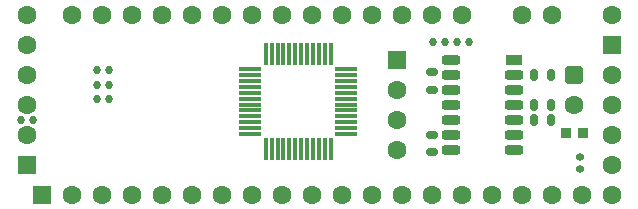
<source format=gbr>
%FSLAX25Y25*%
%MOIN*%
G70*
G01*
G75*
G04 Layer_Color=16711935*
G04:AMPARAMS|DCode=10|XSize=110.24mil|YSize=43.31mil|CornerRadius=2.17mil|HoleSize=0mil|Usage=FLASHONLY|Rotation=0.000|XOffset=0mil|YOffset=0mil|HoleType=Round|Shape=RoundedRectangle|*
%AMROUNDEDRECTD10*
21,1,0.11024,0.03898,0,0,0.0*
21,1,0.10591,0.04331,0,0,0.0*
1,1,0.00433,0.05295,-0.01949*
1,1,0.00433,-0.05295,-0.01949*
1,1,0.00433,-0.05295,0.01949*
1,1,0.00433,0.05295,0.01949*
%
%ADD10ROUNDEDRECTD10*%
G04:AMPARAMS|DCode=11|XSize=19.69mil|YSize=23.62mil|CornerRadius=8.86mil|HoleSize=0mil|Usage=FLASHONLY|Rotation=270.000|XOffset=0mil|YOffset=0mil|HoleType=Round|Shape=RoundedRectangle|*
%AMROUNDEDRECTD11*
21,1,0.01969,0.00591,0,0,270.0*
21,1,0.00197,0.02362,0,0,270.0*
1,1,0.01772,-0.00295,-0.00098*
1,1,0.01772,-0.00295,0.00098*
1,1,0.01772,0.00295,0.00098*
1,1,0.01772,0.00295,-0.00098*
%
%ADD11ROUNDEDRECTD11*%
G04:AMPARAMS|DCode=12|XSize=110.24mil|YSize=43.31mil|CornerRadius=2.17mil|HoleSize=0mil|Usage=FLASHONLY|Rotation=270.000|XOffset=0mil|YOffset=0mil|HoleType=Round|Shape=RoundedRectangle|*
%AMROUNDEDRECTD12*
21,1,0.11024,0.03898,0,0,270.0*
21,1,0.10591,0.04331,0,0,270.0*
1,1,0.00433,-0.01949,-0.05295*
1,1,0.00433,-0.01949,0.05295*
1,1,0.00433,0.01949,0.05295*
1,1,0.00433,0.01949,-0.05295*
%
%ADD12ROUNDEDRECTD12*%
G04:AMPARAMS|DCode=13|XSize=19.69mil|YSize=23.62mil|CornerRadius=8.86mil|HoleSize=0mil|Usage=FLASHONLY|Rotation=180.000|XOffset=0mil|YOffset=0mil|HoleType=Round|Shape=RoundedRectangle|*
%AMROUNDEDRECTD13*
21,1,0.01969,0.00591,0,0,180.0*
21,1,0.00197,0.02362,0,0,180.0*
1,1,0.01772,-0.00098,0.00295*
1,1,0.01772,0.00098,0.00295*
1,1,0.01772,0.00098,-0.00295*
1,1,0.01772,-0.00098,-0.00295*
%
%ADD13ROUNDEDRECTD13*%
G04:AMPARAMS|DCode=14|XSize=23.62mil|YSize=35.43mil|CornerRadius=5.91mil|HoleSize=0mil|Usage=FLASHONLY|Rotation=90.000|XOffset=0mil|YOffset=0mil|HoleType=Round|Shape=RoundedRectangle|*
%AMROUNDEDRECTD14*
21,1,0.02362,0.02362,0,0,90.0*
21,1,0.01181,0.03543,0,0,90.0*
1,1,0.01181,0.01181,0.00591*
1,1,0.01181,0.01181,-0.00591*
1,1,0.01181,-0.01181,-0.00591*
1,1,0.01181,-0.01181,0.00591*
%
%ADD14ROUNDEDRECTD14*%
%ADD15O,0.02165X0.06890*%
%ADD16O,0.06890X0.02165*%
G04:AMPARAMS|DCode=17|XSize=41.73mil|YSize=25.59mil|CornerRadius=6.4mil|HoleSize=0mil|Usage=FLASHONLY|Rotation=0.000|XOffset=0mil|YOffset=0mil|HoleType=Round|Shape=RoundedRectangle|*
%AMROUNDEDRECTD17*
21,1,0.04173,0.01280,0,0,0.0*
21,1,0.02894,0.02559,0,0,0.0*
1,1,0.01280,0.01447,-0.00640*
1,1,0.01280,-0.01447,-0.00640*
1,1,0.01280,-0.01447,0.00640*
1,1,0.01280,0.01447,0.00640*
%
%ADD17ROUNDEDRECTD17*%
G04:AMPARAMS|DCode=18|XSize=52mil|YSize=24mil|CornerRadius=6mil|HoleSize=0mil|Usage=FLASHONLY|Rotation=0.000|XOffset=0mil|YOffset=0mil|HoleType=Round|Shape=RoundedRectangle|*
%AMROUNDEDRECTD18*
21,1,0.05200,0.01200,0,0,0.0*
21,1,0.04000,0.02400,0,0,0.0*
1,1,0.01200,0.02000,-0.00600*
1,1,0.01200,-0.02000,-0.00600*
1,1,0.01200,-0.02000,0.00600*
1,1,0.01200,0.02000,0.00600*
%
%ADD18ROUNDEDRECTD18*%
%ADD19R,0.05000X0.02400*%
G04:AMPARAMS|DCode=20|XSize=25.59mil|YSize=39.37mil|CornerRadius=6.4mil|HoleSize=0mil|Usage=FLASHONLY|Rotation=180.000|XOffset=0mil|YOffset=0mil|HoleType=Round|Shape=RoundedRectangle|*
%AMROUNDEDRECTD20*
21,1,0.02559,0.02658,0,0,180.0*
21,1,0.01280,0.03937,0,0,180.0*
1,1,0.01280,-0.00640,0.01329*
1,1,0.01280,0.00640,0.01329*
1,1,0.01280,0.00640,-0.01329*
1,1,0.01280,-0.00640,-0.01329*
%
%ADD20ROUNDEDRECTD20*%
G04:AMPARAMS|DCode=21|XSize=21.65mil|YSize=39.37mil|CornerRadius=5.41mil|HoleSize=0mil|Usage=FLASHONLY|Rotation=180.000|XOffset=0mil|YOffset=0mil|HoleType=Round|Shape=RoundedRectangle|*
%AMROUNDEDRECTD21*
21,1,0.02165,0.02854,0,0,180.0*
21,1,0.01083,0.03937,0,0,180.0*
1,1,0.01083,-0.00541,0.01427*
1,1,0.01083,0.00541,0.01427*
1,1,0.01083,0.00541,-0.01427*
1,1,0.01083,-0.00541,-0.01427*
%
%ADD21ROUNDEDRECTD21*%
%ADD22C,0.00591*%
%ADD23C,0.01181*%
%ADD24C,0.03937*%
G04:AMPARAMS|DCode=25|XSize=59.06mil|YSize=59.06mil|CornerRadius=8.86mil|HoleSize=0mil|Usage=FLASHONLY|Rotation=270.000|XOffset=0mil|YOffset=0mil|HoleType=Round|Shape=RoundedRectangle|*
%AMROUNDEDRECTD25*
21,1,0.05906,0.04134,0,0,270.0*
21,1,0.04134,0.05906,0,0,270.0*
1,1,0.01772,-0.02067,-0.02067*
1,1,0.01772,-0.02067,0.02067*
1,1,0.01772,0.02067,0.02067*
1,1,0.01772,0.02067,-0.02067*
%
%ADD25ROUNDEDRECTD25*%
%ADD26C,0.05906*%
%ADD27C,0.05906*%
%ADD28R,0.05906X0.05906*%
G04:AMPARAMS|DCode=29|XSize=59.06mil|YSize=59.06mil|CornerRadius=14.76mil|HoleSize=0mil|Usage=FLASHONLY|Rotation=270.000|XOffset=0mil|YOffset=0mil|HoleType=Round|Shape=RoundedRectangle|*
%AMROUNDEDRECTD29*
21,1,0.05906,0.02953,0,0,270.0*
21,1,0.02953,0.05906,0,0,270.0*
1,1,0.02953,-0.01476,-0.01476*
1,1,0.02953,-0.01476,0.01476*
1,1,0.02953,0.01476,0.01476*
1,1,0.02953,0.01476,-0.01476*
%
%ADD29ROUNDEDRECTD29*%
%ADD30C,0.01575*%
G04:AMPARAMS|DCode=31|XSize=31.5mil|YSize=31.5mil|CornerRadius=3.15mil|HoleSize=0mil|Usage=FLASHONLY|Rotation=0.000|XOffset=0mil|YOffset=0mil|HoleType=Round|Shape=RoundedRectangle|*
%AMROUNDEDRECTD31*
21,1,0.03150,0.02520,0,0,0.0*
21,1,0.02520,0.03150,0,0,0.0*
1,1,0.00630,0.01260,-0.01260*
1,1,0.00630,-0.01260,-0.01260*
1,1,0.00630,-0.01260,0.01260*
1,1,0.00630,0.01260,0.01260*
%
%ADD31ROUNDEDRECTD31*%
G04:AMPARAMS|DCode=32|XSize=23.62mil|YSize=35.43mil|CornerRadius=5.91mil|HoleSize=0mil|Usage=FLASHONLY|Rotation=180.000|XOffset=0mil|YOffset=0mil|HoleType=Round|Shape=RoundedRectangle|*
%AMROUNDEDRECTD32*
21,1,0.02362,0.02362,0,0,180.0*
21,1,0.01181,0.03543,0,0,180.0*
1,1,0.01181,-0.00591,0.01181*
1,1,0.01181,0.00591,0.01181*
1,1,0.01181,0.00591,-0.01181*
1,1,0.01181,-0.00591,-0.01181*
%
%ADD32ROUNDEDRECTD32*%
%ADD33O,0.01181X0.07087*%
%ADD34O,0.07087X0.01181*%
%ADD35C,0.00984*%
%ADD36C,0.02362*%
%ADD37C,0.00400*%
%ADD38C,0.00394*%
%ADD39C,0.00787*%
%ADD40C,0.00800*%
%ADD41C,0.00500*%
G04:AMPARAMS|DCode=42|XSize=114.17mil|YSize=47.24mil|CornerRadius=2.36mil|HoleSize=0mil|Usage=FLASHONLY|Rotation=0.000|XOffset=0mil|YOffset=0mil|HoleType=Round|Shape=RoundedRectangle|*
%AMROUNDEDRECTD42*
21,1,0.11417,0.04252,0,0,0.0*
21,1,0.10945,0.04724,0,0,0.0*
1,1,0.00472,0.05472,-0.02126*
1,1,0.00472,-0.05472,-0.02126*
1,1,0.00472,-0.05472,0.02126*
1,1,0.00472,0.05472,0.02126*
%
%ADD42ROUNDEDRECTD42*%
G04:AMPARAMS|DCode=43|XSize=23.62mil|YSize=27.56mil|CornerRadius=10.63mil|HoleSize=0mil|Usage=FLASHONLY|Rotation=270.000|XOffset=0mil|YOffset=0mil|HoleType=Round|Shape=RoundedRectangle|*
%AMROUNDEDRECTD43*
21,1,0.02362,0.00630,0,0,270.0*
21,1,0.00236,0.02756,0,0,270.0*
1,1,0.02126,-0.00315,-0.00118*
1,1,0.02126,-0.00315,0.00118*
1,1,0.02126,0.00315,0.00118*
1,1,0.02126,0.00315,-0.00118*
%
%ADD43ROUNDEDRECTD43*%
G04:AMPARAMS|DCode=44|XSize=114.17mil|YSize=47.24mil|CornerRadius=2.36mil|HoleSize=0mil|Usage=FLASHONLY|Rotation=270.000|XOffset=0mil|YOffset=0mil|HoleType=Round|Shape=RoundedRectangle|*
%AMROUNDEDRECTD44*
21,1,0.11417,0.04252,0,0,270.0*
21,1,0.10945,0.04724,0,0,270.0*
1,1,0.00472,-0.02126,-0.05472*
1,1,0.00472,-0.02126,0.05472*
1,1,0.00472,0.02126,0.05472*
1,1,0.00472,0.02126,-0.05472*
%
%ADD44ROUNDEDRECTD44*%
G04:AMPARAMS|DCode=45|XSize=23.62mil|YSize=27.56mil|CornerRadius=10.63mil|HoleSize=0mil|Usage=FLASHONLY|Rotation=180.000|XOffset=0mil|YOffset=0mil|HoleType=Round|Shape=RoundedRectangle|*
%AMROUNDEDRECTD45*
21,1,0.02362,0.00630,0,0,180.0*
21,1,0.00236,0.02756,0,0,180.0*
1,1,0.02126,-0.00118,0.00315*
1,1,0.02126,0.00118,0.00315*
1,1,0.02126,0.00118,-0.00315*
1,1,0.02126,-0.00118,-0.00315*
%
%ADD45ROUNDEDRECTD45*%
G04:AMPARAMS|DCode=46|XSize=27.56mil|YSize=39.37mil|CornerRadius=6.89mil|HoleSize=0mil|Usage=FLASHONLY|Rotation=90.000|XOffset=0mil|YOffset=0mil|HoleType=Round|Shape=RoundedRectangle|*
%AMROUNDEDRECTD46*
21,1,0.02756,0.02559,0,0,90.0*
21,1,0.01378,0.03937,0,0,90.0*
1,1,0.01378,0.01280,0.00689*
1,1,0.01378,0.01280,-0.00689*
1,1,0.01378,-0.01280,-0.00689*
1,1,0.01378,-0.01280,0.00689*
%
%ADD46ROUNDEDRECTD46*%
%ADD47O,0.02559X0.07284*%
%ADD48O,0.07284X0.02559*%
G04:AMPARAMS|DCode=49|XSize=45.67mil|YSize=29.53mil|CornerRadius=7.38mil|HoleSize=0mil|Usage=FLASHONLY|Rotation=0.000|XOffset=0mil|YOffset=0mil|HoleType=Round|Shape=RoundedRectangle|*
%AMROUNDEDRECTD49*
21,1,0.04567,0.01476,0,0,0.0*
21,1,0.03091,0.02953,0,0,0.0*
1,1,0.01476,0.01545,-0.00738*
1,1,0.01476,-0.01545,-0.00738*
1,1,0.01476,-0.01545,0.00738*
1,1,0.01476,0.01545,0.00738*
%
%ADD49ROUNDEDRECTD49*%
G04:AMPARAMS|DCode=50|XSize=60mil|YSize=32mil|CornerRadius=8mil|HoleSize=0mil|Usage=FLASHONLY|Rotation=0.000|XOffset=0mil|YOffset=0mil|HoleType=Round|Shape=RoundedRectangle|*
%AMROUNDEDRECTD50*
21,1,0.06000,0.01600,0,0,0.0*
21,1,0.04400,0.03200,0,0,0.0*
1,1,0.01600,0.02200,-0.00800*
1,1,0.01600,-0.02200,-0.00800*
1,1,0.01600,-0.02200,0.00800*
1,1,0.01600,0.02200,0.00800*
%
%ADD50ROUNDEDRECTD50*%
%ADD51R,0.05800X0.03200*%
G04:AMPARAMS|DCode=52|XSize=29.53mil|YSize=43.31mil|CornerRadius=7.38mil|HoleSize=0mil|Usage=FLASHONLY|Rotation=180.000|XOffset=0mil|YOffset=0mil|HoleType=Round|Shape=RoundedRectangle|*
%AMROUNDEDRECTD52*
21,1,0.02953,0.02854,0,0,180.0*
21,1,0.01476,0.04331,0,0,180.0*
1,1,0.01476,-0.00738,0.01427*
1,1,0.01476,0.00738,0.01427*
1,1,0.01476,0.00738,-0.01427*
1,1,0.01476,-0.00738,-0.01427*
%
%ADD52ROUNDEDRECTD52*%
G04:AMPARAMS|DCode=53|XSize=25.59mil|YSize=43.31mil|CornerRadius=6.4mil|HoleSize=0mil|Usage=FLASHONLY|Rotation=180.000|XOffset=0mil|YOffset=0mil|HoleType=Round|Shape=RoundedRectangle|*
%AMROUNDEDRECTD53*
21,1,0.02559,0.03051,0,0,180.0*
21,1,0.01280,0.04331,0,0,180.0*
1,1,0.01280,-0.00640,0.01526*
1,1,0.01280,0.00640,0.01526*
1,1,0.01280,0.00640,-0.01526*
1,1,0.01280,-0.00640,-0.01526*
%
%ADD53ROUNDEDRECTD53*%
G04:AMPARAMS|DCode=54|XSize=62.99mil|YSize=62.99mil|CornerRadius=9.45mil|HoleSize=0mil|Usage=FLASHONLY|Rotation=270.000|XOffset=0mil|YOffset=0mil|HoleType=Round|Shape=RoundedRectangle|*
%AMROUNDEDRECTD54*
21,1,0.06299,0.04409,0,0,270.0*
21,1,0.04409,0.06299,0,0,270.0*
1,1,0.01890,-0.02205,-0.02205*
1,1,0.01890,-0.02205,0.02205*
1,1,0.01890,0.02205,0.02205*
1,1,0.01890,0.02205,-0.02205*
%
%ADD54ROUNDEDRECTD54*%
%ADD55C,0.06299*%
%ADD56C,0.06299*%
%ADD57R,0.06299X0.06299*%
G04:AMPARAMS|DCode=58|XSize=62.99mil|YSize=62.99mil|CornerRadius=15.75mil|HoleSize=0mil|Usage=FLASHONLY|Rotation=270.000|XOffset=0mil|YOffset=0mil|HoleType=Round|Shape=RoundedRectangle|*
%AMROUNDEDRECTD58*
21,1,0.06299,0.03150,0,0,270.0*
21,1,0.03150,0.06299,0,0,270.0*
1,1,0.03150,-0.01575,-0.01575*
1,1,0.03150,-0.01575,0.01575*
1,1,0.03150,0.01575,0.01575*
1,1,0.03150,0.01575,-0.01575*
%
%ADD58ROUNDEDRECTD58*%
G04:AMPARAMS|DCode=59|XSize=35.43mil|YSize=35.43mil|CornerRadius=3.54mil|HoleSize=0mil|Usage=FLASHONLY|Rotation=0.000|XOffset=0mil|YOffset=0mil|HoleType=Round|Shape=RoundedRectangle|*
%AMROUNDEDRECTD59*
21,1,0.03543,0.02835,0,0,0.0*
21,1,0.02835,0.03543,0,0,0.0*
1,1,0.00709,0.01417,-0.01417*
1,1,0.00709,-0.01417,-0.01417*
1,1,0.00709,-0.01417,0.01417*
1,1,0.00709,0.01417,0.01417*
%
%ADD59ROUNDEDRECTD59*%
G04:AMPARAMS|DCode=60|XSize=27.56mil|YSize=39.37mil|CornerRadius=6.89mil|HoleSize=0mil|Usage=FLASHONLY|Rotation=180.000|XOffset=0mil|YOffset=0mil|HoleType=Round|Shape=RoundedRectangle|*
%AMROUNDEDRECTD60*
21,1,0.02756,0.02559,0,0,180.0*
21,1,0.01378,0.03937,0,0,180.0*
1,1,0.01378,-0.00689,0.01280*
1,1,0.01378,0.00689,0.01280*
1,1,0.01378,0.00689,-0.01280*
1,1,0.01378,-0.00689,-0.01280*
%
%ADD60ROUNDEDRECTD60*%
%ADD61O,0.01575X0.07480*%
%ADD62O,0.07480X0.01575*%
D43*
X189500Y16000D02*
D03*
Y20035D02*
D03*
D45*
X148500Y58250D02*
D03*
X152535D02*
D03*
X144500D02*
D03*
X140465D02*
D03*
X32437Y39500D02*
D03*
X28402D02*
D03*
X32437Y44000D02*
D03*
X28402D02*
D03*
X32437Y49000D02*
D03*
X28402D02*
D03*
X7000Y32500D02*
D03*
X2965D02*
D03*
D46*
X140000Y27500D02*
D03*
Y21595D02*
D03*
Y42500D02*
D03*
Y48406D02*
D03*
D50*
X167500Y32500D02*
D03*
X167500Y27500D02*
D03*
Y22500D02*
D03*
Y47500D02*
D03*
X167500Y42500D02*
D03*
X146500Y27500D02*
D03*
X146500Y32500D02*
D03*
X146500Y22500D02*
D03*
Y47500D02*
D03*
Y52500D02*
D03*
X146500Y42500D02*
D03*
X167500Y37500D02*
D03*
X146500D02*
D03*
D51*
X167500Y52500D02*
D03*
D54*
X200000Y57500D02*
D03*
X128500Y52500D02*
D03*
X5000Y17500D02*
D03*
D55*
X200000Y47500D02*
D03*
Y37500D02*
D03*
Y27500D02*
D03*
Y17500D02*
D03*
X128500Y42500D02*
D03*
Y32500D02*
D03*
Y22500D02*
D03*
X5000Y67500D02*
D03*
Y57500D02*
D03*
Y47500D02*
D03*
Y37500D02*
D03*
Y27500D02*
D03*
X187500Y37500D02*
D03*
D56*
X130000Y67500D02*
D03*
X180000D02*
D03*
X140000D02*
D03*
X120000D02*
D03*
X110000D02*
D03*
X100000D02*
D03*
X90000D02*
D03*
X80000D02*
D03*
X70000D02*
D03*
X60000D02*
D03*
X50000D02*
D03*
X40000D02*
D03*
X30000D02*
D03*
X40000Y7500D02*
D03*
X30000D02*
D03*
X200000Y67500D02*
D03*
Y7500D02*
D03*
X50000D02*
D03*
X60000D02*
D03*
X70000D02*
D03*
X20000D02*
D03*
X80000D02*
D03*
X20000Y67500D02*
D03*
X90000Y7500D02*
D03*
X100000D02*
D03*
X110000D02*
D03*
X120000D02*
D03*
X130000D02*
D03*
X140000D02*
D03*
X150000D02*
D03*
X160000D02*
D03*
X170000D02*
D03*
X180000D02*
D03*
X190000D02*
D03*
X170000Y67500D02*
D03*
X150000D02*
D03*
D57*
X10000Y7500D02*
D03*
D58*
X187500Y47500D02*
D03*
D59*
X190500Y28000D02*
D03*
X184595D02*
D03*
D60*
X174000Y32500D02*
D03*
X179905D02*
D03*
X174000Y37500D02*
D03*
X179905D02*
D03*
X174000Y47500D02*
D03*
X179905D02*
D03*
D61*
X106327Y22555D02*
D03*
X104358D02*
D03*
X102390D02*
D03*
X100421D02*
D03*
X98453D02*
D03*
X96484D02*
D03*
X94516D02*
D03*
X92547D02*
D03*
X90579D02*
D03*
X88610D02*
D03*
X86642D02*
D03*
X84673D02*
D03*
X84673Y54445D02*
D03*
X86642D02*
D03*
X88610D02*
D03*
X90579Y54445D02*
D03*
X92547D02*
D03*
X94516D02*
D03*
X96484D02*
D03*
X98453D02*
D03*
X100421Y54445D02*
D03*
X102390D02*
D03*
X104358D02*
D03*
X106327D02*
D03*
D62*
X79555Y27673D02*
D03*
Y29642D02*
D03*
Y31610D02*
D03*
Y33579D02*
D03*
X79555Y35547D02*
D03*
Y37516D02*
D03*
Y39484D02*
D03*
Y41453D02*
D03*
Y43421D02*
D03*
X79555Y45390D02*
D03*
Y47358D02*
D03*
Y49327D02*
D03*
X111445Y49327D02*
D03*
X111445Y47358D02*
D03*
Y45390D02*
D03*
Y43421D02*
D03*
Y41453D02*
D03*
Y39484D02*
D03*
Y37516D02*
D03*
Y35547D02*
D03*
Y33579D02*
D03*
Y31610D02*
D03*
Y29642D02*
D03*
Y27673D02*
D03*
M02*

</source>
